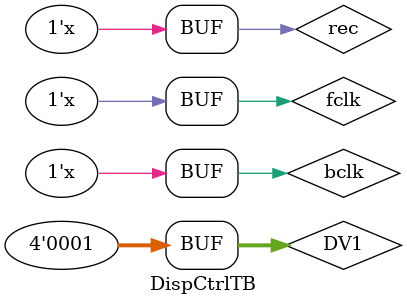
<source format=v>
`timescale 1ns / 1ps
module DispCtrlTB;

	//input
	reg [3:0] 	DV1;
	reg [3:0] 	DV2;
	reg [3:0]	DV3;
	reg			rec;
	reg			fclk;
	reg			bclk;
	//output
	reg [3:0]	anode;
	reg [6:0]	segOut;
	
	DisplayController UUT (
		.DispVal(DV1),
		.DispVal2(DV2),
		.DispVal3(DV3),
		.isRecord(rec),
		.fclk(fclk),
		.bclk(bclk),
		.anode(anode),
		.segOut(segOut)
	);

	initial
	begin
		DV1 <= 1;
		DV2 <= 0;
		DV3 <= 0;
		rec <= 0;
		fclk <= 0;
		bclk <= 0;
	end
	
	always
	begin
		#50 bclk <= ~bclk;
	end
	
	always
	begin
		#5 fclk <= ~fclk;
	end
	
	always
	begin
		#100
		if (DV3 == 9)
		begin
			DV3 <= 0;
		end
		else
		begin
			DV3 <= DV3 + 1;
		end
	end
	
	always
	begin
		#1000
		if (DV2 == 9)
		begin
			DV2 <= 0;
		end
		else
		begin
			DV2 <= DV2 + 1;
		end
	end
	
	always
	begin
		#5000
		rec <= ~rec;
	end

endmodule

</source>
